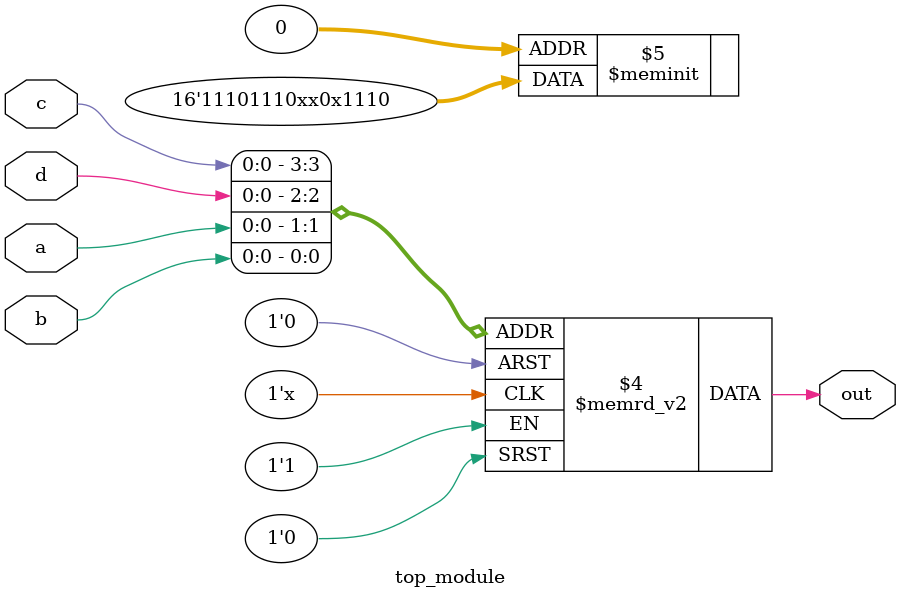
<source format=sv>
module top_module (
    input a,
    input b,
    input c,
    input d,
    output reg out
);

always @(*) begin
    case ({c, d, a, b})
        4'b0000: out = 1'b0;
        4'b0001: out = 1'b1;
        4'b0010: out = 1'b1;
        4'b0011: out = 1'b1;
        4'b0100: out = 1'bx; // Don't care
        4'b0101: out = 1'b0;
        4'b0110: out = 1'bx; // Don't care
        4'b0111: out = 1'bx; // Don't care
        4'b1000: out = 1'b0;
        4'b1001: out = 1'b1;
        4'b1010: out = 1'b1;
        4'b1011: out = 1'b1;
        4'b1100: out = 1'b0;
        4'b1101: out = 1'b1;
        4'b1110: out = 1'b1;
        4'b1111: out = 1'b1;
    endcase
end

endmodule

</source>
